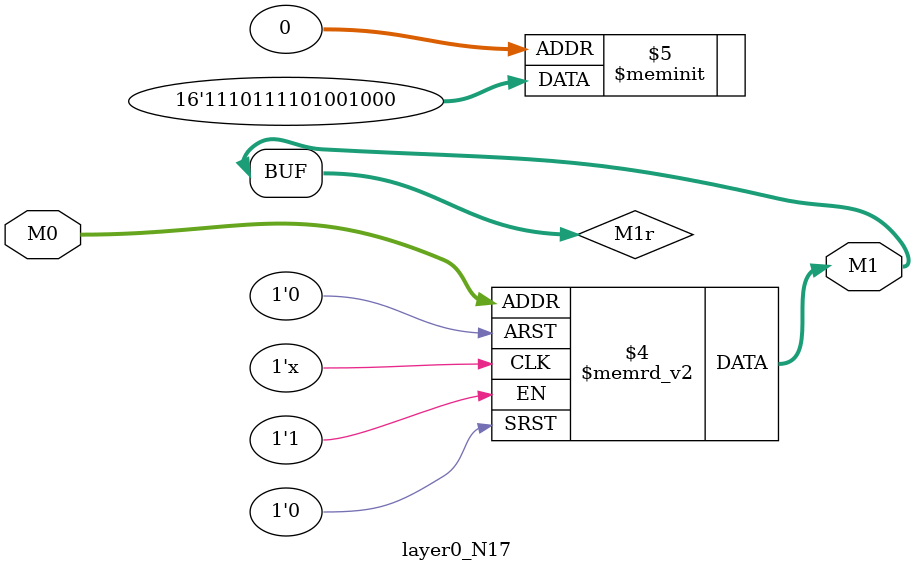
<source format=v>
module layer0_N17 ( input [2:0] M0, output [1:0] M1 );

	(*rom_style = "distributed" *) reg [1:0] M1r;
	assign M1 = M1r;
	always @ (M0) begin
		case (M0)
			3'b000: M1r = 2'b00;
			3'b100: M1r = 2'b11;
			3'b010: M1r = 2'b00;
			3'b110: M1r = 2'b10;
			3'b001: M1r = 2'b10;
			3'b101: M1r = 2'b11;
			3'b011: M1r = 2'b01;
			3'b111: M1r = 2'b11;

		endcase
	end
endmodule

</source>
